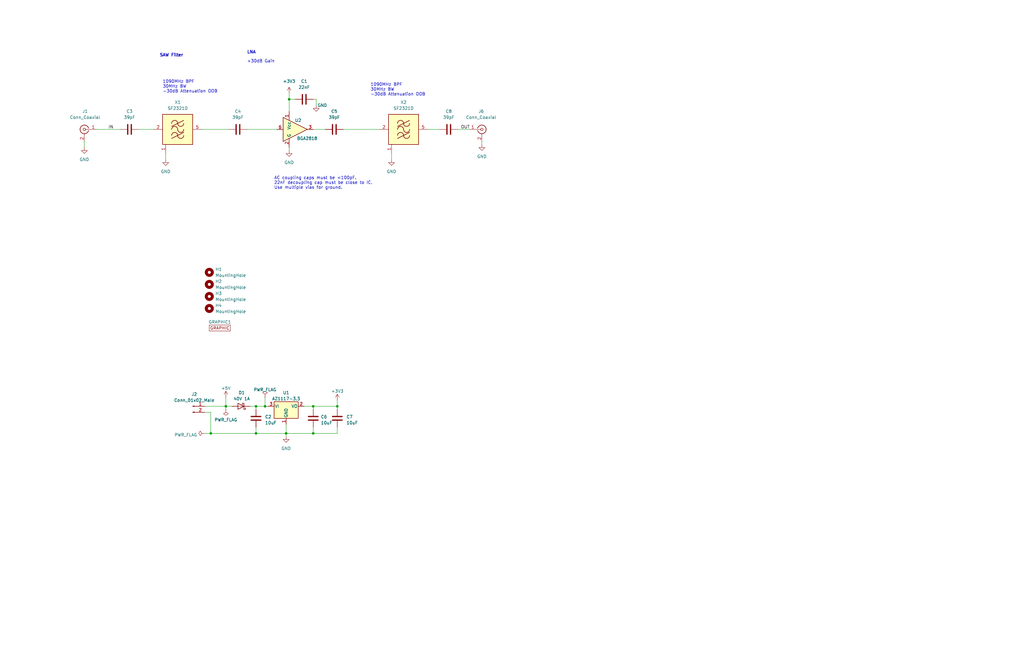
<source format=kicad_sch>
(kicad_sch (version 20230121) (generator eeschema)

  (uuid 60d33c1a-2deb-44ff-a34c-b6768ea23223)

  (paper "B")

  (lib_symbols
    (symbol "Connector:Conn_01x02_Pin" (pin_names (offset 1.016) hide) (in_bom yes) (on_board yes)
      (property "Reference" "J" (at 0 2.54 0)
        (effects (font (size 1.27 1.27)))
      )
      (property "Value" "Conn_01x02_Pin" (at 0 -5.08 0)
        (effects (font (size 1.27 1.27)))
      )
      (property "Footprint" "" (at 0 0 0)
        (effects (font (size 1.27 1.27)) hide)
      )
      (property "Datasheet" "~" (at 0 0 0)
        (effects (font (size 1.27 1.27)) hide)
      )
      (property "ki_locked" "" (at 0 0 0)
        (effects (font (size 1.27 1.27)))
      )
      (property "ki_keywords" "connector" (at 0 0 0)
        (effects (font (size 1.27 1.27)) hide)
      )
      (property "ki_description" "Generic connector, single row, 01x02, script generated" (at 0 0 0)
        (effects (font (size 1.27 1.27)) hide)
      )
      (property "ki_fp_filters" "Connector*:*_1x??_*" (at 0 0 0)
        (effects (font (size 1.27 1.27)) hide)
      )
      (symbol "Conn_01x02_Pin_1_1"
        (polyline
          (pts
            (xy 1.27 -2.54)
            (xy 0.8636 -2.54)
          )
          (stroke (width 0.1524) (type default))
          (fill (type none))
        )
        (polyline
          (pts
            (xy 1.27 0)
            (xy 0.8636 0)
          )
          (stroke (width 0.1524) (type default))
          (fill (type none))
        )
        (rectangle (start 0.8636 -2.413) (end 0 -2.667)
          (stroke (width 0.1524) (type default))
          (fill (type outline))
        )
        (rectangle (start 0.8636 0.127) (end 0 -0.127)
          (stroke (width 0.1524) (type default))
          (fill (type outline))
        )
        (pin passive line (at 5.08 0 180) (length 3.81)
          (name "Pin_1" (effects (font (size 1.27 1.27))))
          (number "1" (effects (font (size 1.27 1.27))))
        )
        (pin passive line (at 5.08 -2.54 180) (length 3.81)
          (name "Pin_2" (effects (font (size 1.27 1.27))))
          (number "2" (effects (font (size 1.27 1.27))))
        )
      )
    )
    (symbol "Connector:Conn_Coaxial" (pin_names (offset 1.016) hide) (in_bom yes) (on_board yes)
      (property "Reference" "J" (at 0.254 3.048 0)
        (effects (font (size 1.27 1.27)))
      )
      (property "Value" "Conn_Coaxial" (at 2.921 0 90)
        (effects (font (size 1.27 1.27)))
      )
      (property "Footprint" "" (at 0 0 0)
        (effects (font (size 1.27 1.27)) hide)
      )
      (property "Datasheet" " ~" (at 0 0 0)
        (effects (font (size 1.27 1.27)) hide)
      )
      (property "ki_keywords" "BNC SMA SMB SMC LEMO coaxial connector CINCH RCA" (at 0 0 0)
        (effects (font (size 1.27 1.27)) hide)
      )
      (property "ki_description" "coaxial connector (BNC, SMA, SMB, SMC, Cinch/RCA, LEMO, ...)" (at 0 0 0)
        (effects (font (size 1.27 1.27)) hide)
      )
      (property "ki_fp_filters" "*BNC* *SMA* *SMB* *SMC* *Cinch* *LEMO*" (at 0 0 0)
        (effects (font (size 1.27 1.27)) hide)
      )
      (symbol "Conn_Coaxial_0_1"
        (arc (start -1.778 -0.508) (mid 0.2311 -1.8066) (end 1.778 0)
          (stroke (width 0.254) (type default))
          (fill (type none))
        )
        (polyline
          (pts
            (xy -2.54 0)
            (xy -0.508 0)
          )
          (stroke (width 0) (type default))
          (fill (type none))
        )
        (polyline
          (pts
            (xy 0 -2.54)
            (xy 0 -1.778)
          )
          (stroke (width 0) (type default))
          (fill (type none))
        )
        (circle (center 0 0) (radius 0.508)
          (stroke (width 0.2032) (type default))
          (fill (type none))
        )
        (arc (start 1.778 0) (mid 0.2099 1.8101) (end -1.778 0.508)
          (stroke (width 0.254) (type default))
          (fill (type none))
        )
      )
      (symbol "Conn_Coaxial_1_1"
        (pin passive line (at -5.08 0 0) (length 2.54)
          (name "In" (effects (font (size 1.27 1.27))))
          (number "1" (effects (font (size 1.27 1.27))))
        )
        (pin passive line (at 0 -5.08 90) (length 2.54)
          (name "Ext" (effects (font (size 1.27 1.27))))
          (number "2" (effects (font (size 1.27 1.27))))
        )
      )
    )
    (symbol "Custom_Placeholder:Graphic" (pin_numbers hide) (pin_names (offset 0) hide) (in_bom no) (on_board yes)
      (property "Reference" "GRAPHIC" (at 0 2.54 0)
        (effects (font (size 1.27 1.27)))
      )
      (property "Value" "Graphic" (at 0 -2.54 0)
        (effects (font (size 1.27 1.27)) hide)
      )
      (property "Footprint" "" (at -0.635 -3.81 0)
        (effects (font (size 1.27 1.27)) hide)
      )
      (property "Datasheet" "" (at -0.635 -3.81 0)
        (effects (font (size 1.27 1.27)) hide)
      )
      (property "ki_description" "Placeholder for silkscreen graphic to be included on PCB." (at 0 0 0)
        (effects (font (size 1.27 1.27)) hide)
      )
      (symbol "Graphic_0_0"
        (rectangle (start -4.445 1.27) (end 4.445 -1.27)
          (stroke (width 0) (type default))
          (fill (type none))
        )
        (text "GRAPHIC" (at 0 0 0)
          (effects (font (size 1.27 1.27)))
        )
      )
    )
    (symbol "Custom_RF_Filter:SAW-6 Filter" (pin_names hide) (in_bom yes) (on_board yes)
      (property "Reference" "X" (at -5.08 10.16 0)
        (effects (font (size 1.27 1.27)))
      )
      (property "Value" "SAW-6 Filter" (at -1.27 7.62 0)
        (effects (font (size 1.27 1.27)))
      )
      (property "Footprint" "Filter:Filter_SAW-6_3.8x3.8mm" (at 0 8.89 0)
        (effects (font (size 1.27 1.27)) hide)
      )
      (property "Datasheet" "" (at -5.08 8.89 0)
        (effects (font (size 1.27 1.27)) hide)
      )
      (property "ki_keywords" "SAW Filter bandpass" (at 0 0 0)
        (effects (font (size 1.27 1.27)) hide)
      )
      (property "ki_description" "Bandpass Filter, SAW filter 6-pin" (at 0 0 0)
        (effects (font (size 1.27 1.27)) hide)
      )
      (property "ki_fp_filters" "Filter*SAW*3.8x3.8mm*" (at 0 0 0)
        (effects (font (size 1.27 1.27)) hide)
      )
      (symbol "SAW-6 Filter_1_1"
        (rectangle (start -6.35 6.35) (end 6.35 -6.35)
          (stroke (width 0.254) (type default))
          (fill (type background))
        )
        (arc (start 0 -2.54) (mid -1.27 -1.2755) (end -2.54 -2.54)
          (stroke (width 0.254) (type default))
          (fill (type none))
        )
        (arc (start 0 -2.54) (mid 1.27 -3.8045) (end 2.54 -2.54)
          (stroke (width 0.254) (type default))
          (fill (type none))
        )
        (arc (start 0 0) (mid -1.27 1.2645) (end -2.54 0)
          (stroke (width 0.254) (type default))
          (fill (type none))
        )
        (polyline
          (pts
            (xy -2.54 -3.81)
            (xy 2.54 -1.27)
          )
          (stroke (width 0.254) (type default))
          (fill (type none))
        )
        (polyline
          (pts
            (xy -2.54 1.27)
            (xy 2.54 3.81)
          )
          (stroke (width 0.254) (type default))
          (fill (type none))
        )
        (arc (start 0 0) (mid 1.27 -1.2645) (end 2.54 0)
          (stroke (width 0.254) (type default))
          (fill (type none))
        )
        (arc (start 0 2.54) (mid -1.27 3.8045) (end -2.54 2.54)
          (stroke (width 0.254) (type default))
          (fill (type none))
        )
        (arc (start 0 2.54) (mid 1.27 1.2755) (end 2.54 2.54)
          (stroke (width 0.254) (type default))
          (fill (type none))
        )
        (pin power_in line (at -5.08 -10.16 90) (length 3.81)
          (name "GND" (effects (font (size 1.27 1.27))))
          (number "1" (effects (font (size 1.27 1.27))))
        )
        (pin input line (at -10.16 0 0) (length 3.81)
          (name "IN" (effects (font (size 1.27 1.27))))
          (number "2" (effects (font (size 1.27 1.27))))
        )
        (pin passive line (at -5.08 -10.16 90) (length 3.81) hide
          (name "GND" (effects (font (size 1.27 1.27))))
          (number "3" (effects (font (size 1.27 1.27))))
        )
        (pin passive line (at -5.08 -10.16 90) (length 3.81) hide
          (name "GND" (effects (font (size 1.27 1.27))))
          (number "4" (effects (font (size 1.27 1.27))))
        )
        (pin output line (at 10.16 0 180) (length 3.81)
          (name "OUT" (effects (font (size 1.27 1.27))))
          (number "5" (effects (font (size 1.27 1.27))))
        )
        (pin passive line (at -5.08 -10.16 90) (length 3.81) hide
          (name "GND" (effects (font (size 1.27 1.27))))
          (number "6" (effects (font (size 1.27 1.27))))
        )
      )
    )
    (symbol "Device:C" (pin_numbers hide) (pin_names (offset 0.254)) (in_bom yes) (on_board yes)
      (property "Reference" "C" (at 0.635 2.54 0)
        (effects (font (size 1.27 1.27)) (justify left))
      )
      (property "Value" "C" (at 0.635 -2.54 0)
        (effects (font (size 1.27 1.27)) (justify left))
      )
      (property "Footprint" "" (at 0.9652 -3.81 0)
        (effects (font (size 1.27 1.27)) hide)
      )
      (property "Datasheet" "~" (at 0 0 0)
        (effects (font (size 1.27 1.27)) hide)
      )
      (property "ki_keywords" "cap capacitor" (at 0 0 0)
        (effects (font (size 1.27 1.27)) hide)
      )
      (property "ki_description" "Unpolarized capacitor" (at 0 0 0)
        (effects (font (size 1.27 1.27)) hide)
      )
      (property "ki_fp_filters" "C_*" (at 0 0 0)
        (effects (font (size 1.27 1.27)) hide)
      )
      (symbol "C_0_1"
        (polyline
          (pts
            (xy -2.032 -0.762)
            (xy 2.032 -0.762)
          )
          (stroke (width 0.508) (type default))
          (fill (type none))
        )
        (polyline
          (pts
            (xy -2.032 0.762)
            (xy 2.032 0.762)
          )
          (stroke (width 0.508) (type default))
          (fill (type none))
        )
      )
      (symbol "C_1_1"
        (pin passive line (at 0 3.81 270) (length 2.794)
          (name "~" (effects (font (size 1.27 1.27))))
          (number "1" (effects (font (size 1.27 1.27))))
        )
        (pin passive line (at 0 -3.81 90) (length 2.794)
          (name "~" (effects (font (size 1.27 1.27))))
          (number "2" (effects (font (size 1.27 1.27))))
        )
      )
    )
    (symbol "Device:D_Schottky" (pin_numbers hide) (pin_names (offset 1.016) hide) (in_bom yes) (on_board yes)
      (property "Reference" "D" (at 0 2.54 0)
        (effects (font (size 1.27 1.27)))
      )
      (property "Value" "D_Schottky" (at 0 -2.54 0)
        (effects (font (size 1.27 1.27)))
      )
      (property "Footprint" "" (at 0 0 0)
        (effects (font (size 1.27 1.27)) hide)
      )
      (property "Datasheet" "~" (at 0 0 0)
        (effects (font (size 1.27 1.27)) hide)
      )
      (property "ki_keywords" "diode Schottky" (at 0 0 0)
        (effects (font (size 1.27 1.27)) hide)
      )
      (property "ki_description" "Schottky diode" (at 0 0 0)
        (effects (font (size 1.27 1.27)) hide)
      )
      (property "ki_fp_filters" "TO-???* *_Diode_* *SingleDiode* D_*" (at 0 0 0)
        (effects (font (size 1.27 1.27)) hide)
      )
      (symbol "D_Schottky_0_1"
        (polyline
          (pts
            (xy 1.27 0)
            (xy -1.27 0)
          )
          (stroke (width 0) (type default))
          (fill (type none))
        )
        (polyline
          (pts
            (xy 1.27 1.27)
            (xy 1.27 -1.27)
            (xy -1.27 0)
            (xy 1.27 1.27)
          )
          (stroke (width 0.254) (type default))
          (fill (type none))
        )
        (polyline
          (pts
            (xy -1.905 0.635)
            (xy -1.905 1.27)
            (xy -1.27 1.27)
            (xy -1.27 -1.27)
            (xy -0.635 -1.27)
            (xy -0.635 -0.635)
          )
          (stroke (width 0.254) (type default))
          (fill (type none))
        )
      )
      (symbol "D_Schottky_1_1"
        (pin passive line (at -3.81 0 0) (length 2.54)
          (name "K" (effects (font (size 1.27 1.27))))
          (number "1" (effects (font (size 1.27 1.27))))
        )
        (pin passive line (at 3.81 0 180) (length 2.54)
          (name "A" (effects (font (size 1.27 1.27))))
          (number "2" (effects (font (size 1.27 1.27))))
        )
      )
    )
    (symbol "Mechanical:MountingHole" (pin_names (offset 1.016)) (in_bom yes) (on_board yes)
      (property "Reference" "H" (at 0 5.08 0)
        (effects (font (size 1.27 1.27)))
      )
      (property "Value" "MountingHole" (at 0 3.175 0)
        (effects (font (size 1.27 1.27)))
      )
      (property "Footprint" "" (at 0 0 0)
        (effects (font (size 1.27 1.27)) hide)
      )
      (property "Datasheet" "~" (at 0 0 0)
        (effects (font (size 1.27 1.27)) hide)
      )
      (property "ki_keywords" "mounting hole" (at 0 0 0)
        (effects (font (size 1.27 1.27)) hide)
      )
      (property "ki_description" "Mounting Hole without connection" (at 0 0 0)
        (effects (font (size 1.27 1.27)) hide)
      )
      (property "ki_fp_filters" "MountingHole*" (at 0 0 0)
        (effects (font (size 1.27 1.27)) hide)
      )
      (symbol "MountingHole_0_1"
        (circle (center 0 0) (radius 1.27)
          (stroke (width 1.27) (type default))
          (fill (type none))
        )
      )
    )
    (symbol "RF_Amplifier:BGA2818" (in_bom yes) (on_board yes)
      (property "Reference" "U" (at 2.54 6.35 0)
        (effects (font (size 1.27 1.27)))
      )
      (property "Value" "BGA2818" (at 3.81 3.81 0)
        (effects (font (size 1.27 1.27)))
      )
      (property "Footprint" "Package_TO_SOT_SMD:SOT-363_SC-70-6" (at -1.27 -16.51 0)
        (effects (font (size 1.27 1.27)) hide)
      )
      (property "Datasheet" "https://www.nxp.com/docs/en/data-sheet/BGA2818.pdf" (at 0 0 0)
        (effects (font (size 1.27 1.27)) hide)
      )
      (property "ki_keywords" "RF GAIN BLOCK" (at 0 0 0)
        (effects (font (size 1.27 1.27)) hide)
      )
      (property "ki_description" "MMIC wideband amplifier, DC-2.2GHz, +30dB @ 2150MHz, 3.3V, SOT-363" (at 0 0 0)
        (effects (font (size 1.27 1.27)) hide)
      )
      (property "ki_fp_filters" "SOT*363*" (at 0 0 0)
        (effects (font (size 1.27 1.27)) hide)
      )
      (symbol "BGA2818_0_1"
        (polyline
          (pts
            (xy 5.08 0)
            (xy -5.08 5.08)
            (xy -5.08 -5.08)
            (xy 5.08 0)
          )
          (stroke (width 0.254) (type default))
          (fill (type background))
        )
      )
      (symbol "BGA2818_1_1"
        (pin power_in line (at -2.54 7.62 270) (length 3.81)
          (name "Vcc" (effects (font (size 1.27 1.27))))
          (number "1" (effects (font (size 1.27 1.27))))
        )
        (pin power_in line (at -2.54 -7.62 90) (length 3.81)
          (name "G" (effects (font (size 1.27 1.27))))
          (number "2" (effects (font (size 1.27 1.27))))
        )
        (pin output line (at 7.62 0 180) (length 2.54)
          (name "~" (effects (font (size 1.27 1.27))))
          (number "3" (effects (font (size 1.27 1.27))))
        )
        (pin passive line (at -2.54 -7.62 90) (length 3.81) hide
          (name "G" (effects (font (size 1.27 1.27))))
          (number "4" (effects (font (size 1.27 1.27))))
        )
        (pin passive line (at -2.54 -7.62 90) (length 3.81) hide
          (name "G" (effects (font (size 1.27 1.27))))
          (number "5" (effects (font (size 1.27 1.27))))
        )
        (pin input line (at -7.62 0 0) (length 2.54)
          (name "~" (effects (font (size 1.27 1.27))))
          (number "6" (effects (font (size 1.27 1.27))))
        )
      )
    )
    (symbol "Regulator_Linear:AZ1117-3.3" (pin_names (offset 0.254)) (in_bom yes) (on_board yes)
      (property "Reference" "U" (at -3.81 3.175 0)
        (effects (font (size 1.27 1.27)))
      )
      (property "Value" "AZ1117-3.3" (at 0 3.175 0)
        (effects (font (size 1.27 1.27)) (justify left))
      )
      (property "Footprint" "" (at 0 6.35 0)
        (effects (font (size 1.27 1.27) italic) hide)
      )
      (property "Datasheet" "https://www.diodes.com/assets/Datasheets/AZ1117.pdf" (at 0 0 0)
        (effects (font (size 1.27 1.27)) hide)
      )
      (property "ki_keywords" "Fixed Voltage Regulator 1A Positive LDO" (at 0 0 0)
        (effects (font (size 1.27 1.27)) hide)
      )
      (property "ki_description" "1A 20V Fixed LDO Linear Regulator, 3.3V, SOT-89/SOT-223/TO-220/TO-252/TO-263" (at 0 0 0)
        (effects (font (size 1.27 1.27)) hide)
      )
      (property "ki_fp_filters" "SOT?223* SOT?89* TO?220* TO?252* TO?263*" (at 0 0 0)
        (effects (font (size 1.27 1.27)) hide)
      )
      (symbol "AZ1117-3.3_0_1"
        (rectangle (start -5.08 1.905) (end 5.08 -5.08)
          (stroke (width 0.254) (type default))
          (fill (type background))
        )
      )
      (symbol "AZ1117-3.3_1_1"
        (pin power_in line (at 0 -7.62 90) (length 2.54)
          (name "GND" (effects (font (size 1.27 1.27))))
          (number "1" (effects (font (size 1.27 1.27))))
        )
        (pin power_out line (at 7.62 0 180) (length 2.54)
          (name "VO" (effects (font (size 1.27 1.27))))
          (number "2" (effects (font (size 1.27 1.27))))
        )
        (pin power_in line (at -7.62 0 0) (length 2.54)
          (name "VI" (effects (font (size 1.27 1.27))))
          (number "3" (effects (font (size 1.27 1.27))))
        )
      )
    )
    (symbol "power:+3V3" (power) (pin_names (offset 0)) (in_bom yes) (on_board yes)
      (property "Reference" "#PWR" (at 0 -3.81 0)
        (effects (font (size 1.27 1.27)) hide)
      )
      (property "Value" "+3V3" (at 0 3.556 0)
        (effects (font (size 1.27 1.27)))
      )
      (property "Footprint" "" (at 0 0 0)
        (effects (font (size 1.27 1.27)) hide)
      )
      (property "Datasheet" "" (at 0 0 0)
        (effects (font (size 1.27 1.27)) hide)
      )
      (property "ki_keywords" "global power" (at 0 0 0)
        (effects (font (size 1.27 1.27)) hide)
      )
      (property "ki_description" "Power symbol creates a global label with name \"+3V3\"" (at 0 0 0)
        (effects (font (size 1.27 1.27)) hide)
      )
      (symbol "+3V3_0_1"
        (polyline
          (pts
            (xy -0.762 1.27)
            (xy 0 2.54)
          )
          (stroke (width 0) (type default))
          (fill (type none))
        )
        (polyline
          (pts
            (xy 0 0)
            (xy 0 2.54)
          )
          (stroke (width 0) (type default))
          (fill (type none))
        )
        (polyline
          (pts
            (xy 0 2.54)
            (xy 0.762 1.27)
          )
          (stroke (width 0) (type default))
          (fill (type none))
        )
      )
      (symbol "+3V3_1_1"
        (pin power_in line (at 0 0 90) (length 0) hide
          (name "+3V3" (effects (font (size 1.27 1.27))))
          (number "1" (effects (font (size 1.27 1.27))))
        )
      )
    )
    (symbol "power:+5V" (power) (pin_names (offset 0)) (in_bom yes) (on_board yes)
      (property "Reference" "#PWR" (at 0 -3.81 0)
        (effects (font (size 1.27 1.27)) hide)
      )
      (property "Value" "+5V" (at 0 3.556 0)
        (effects (font (size 1.27 1.27)))
      )
      (property "Footprint" "" (at 0 0 0)
        (effects (font (size 1.27 1.27)) hide)
      )
      (property "Datasheet" "" (at 0 0 0)
        (effects (font (size 1.27 1.27)) hide)
      )
      (property "ki_keywords" "global power" (at 0 0 0)
        (effects (font (size 1.27 1.27)) hide)
      )
      (property "ki_description" "Power symbol creates a global label with name \"+5V\"" (at 0 0 0)
        (effects (font (size 1.27 1.27)) hide)
      )
      (symbol "+5V_0_1"
        (polyline
          (pts
            (xy -0.762 1.27)
            (xy 0 2.54)
          )
          (stroke (width 0) (type default))
          (fill (type none))
        )
        (polyline
          (pts
            (xy 0 0)
            (xy 0 2.54)
          )
          (stroke (width 0) (type default))
          (fill (type none))
        )
        (polyline
          (pts
            (xy 0 2.54)
            (xy 0.762 1.27)
          )
          (stroke (width 0) (type default))
          (fill (type none))
        )
      )
      (symbol "+5V_1_1"
        (pin power_in line (at 0 0 90) (length 0) hide
          (name "+5V" (effects (font (size 1.27 1.27))))
          (number "1" (effects (font (size 1.27 1.27))))
        )
      )
    )
    (symbol "power:GND" (power) (pin_names (offset 0)) (in_bom yes) (on_board yes)
      (property "Reference" "#PWR" (at 0 -6.35 0)
        (effects (font (size 1.27 1.27)) hide)
      )
      (property "Value" "GND" (at 0 -3.81 0)
        (effects (font (size 1.27 1.27)))
      )
      (property "Footprint" "" (at 0 0 0)
        (effects (font (size 1.27 1.27)) hide)
      )
      (property "Datasheet" "" (at 0 0 0)
        (effects (font (size 1.27 1.27)) hide)
      )
      (property "ki_keywords" "global power" (at 0 0 0)
        (effects (font (size 1.27 1.27)) hide)
      )
      (property "ki_description" "Power symbol creates a global label with name \"GND\" , ground" (at 0 0 0)
        (effects (font (size 1.27 1.27)) hide)
      )
      (symbol "GND_0_1"
        (polyline
          (pts
            (xy 0 0)
            (xy 0 -1.27)
            (xy 1.27 -1.27)
            (xy 0 -2.54)
            (xy -1.27 -1.27)
            (xy 0 -1.27)
          )
          (stroke (width 0) (type default))
          (fill (type none))
        )
      )
      (symbol "GND_1_1"
        (pin power_in line (at 0 0 270) (length 0) hide
          (name "GND" (effects (font (size 1.27 1.27))))
          (number "1" (effects (font (size 1.27 1.27))))
        )
      )
    )
    (symbol "power:PWR_FLAG" (power) (pin_numbers hide) (pin_names (offset 0) hide) (in_bom yes) (on_board yes)
      (property "Reference" "#FLG" (at 0 1.905 0)
        (effects (font (size 1.27 1.27)) hide)
      )
      (property "Value" "PWR_FLAG" (at 0 3.81 0)
        (effects (font (size 1.27 1.27)))
      )
      (property "Footprint" "" (at 0 0 0)
        (effects (font (size 1.27 1.27)) hide)
      )
      (property "Datasheet" "~" (at 0 0 0)
        (effects (font (size 1.27 1.27)) hide)
      )
      (property "ki_keywords" "flag power" (at 0 0 0)
        (effects (font (size 1.27 1.27)) hide)
      )
      (property "ki_description" "Special symbol for telling ERC where power comes from" (at 0 0 0)
        (effects (font (size 1.27 1.27)) hide)
      )
      (symbol "PWR_FLAG_0_0"
        (pin power_out line (at 0 0 90) (length 0)
          (name "pwr" (effects (font (size 1.27 1.27))))
          (number "1" (effects (font (size 1.27 1.27))))
        )
      )
      (symbol "PWR_FLAG_0_1"
        (polyline
          (pts
            (xy 0 0)
            (xy 0 1.27)
            (xy -1.016 1.905)
            (xy 0 2.54)
            (xy 1.016 1.905)
            (xy 0 1.27)
          )
          (stroke (width 0) (type default))
          (fill (type none))
        )
      )
    )
  )

  (junction (at 132.08 182.88) (diameter 0) (color 0 0 0 0)
    (uuid 1c844144-e8b2-42a5-8d5e-65075c78e513)
  )
  (junction (at 95.25 171.45) (diameter 0) (color 0 0 0 0)
    (uuid 1cc36163-9570-4ad3-913d-e600bd826cdd)
  )
  (junction (at 111.76 171.45) (diameter 0) (color 0 0 0 0)
    (uuid 441bbd95-ec9c-4080-834c-a3df836b45da)
  )
  (junction (at 132.08 171.45) (diameter 0) (color 0 0 0 0)
    (uuid 64bead31-1fda-444f-86d6-a4e8da2c4ae0)
  )
  (junction (at 107.95 182.88) (diameter 0) (color 0 0 0 0)
    (uuid 76edfa8c-322a-48f8-8bfc-f297bc9a98e4)
  )
  (junction (at 120.65 182.88) (diameter 0) (color 0 0 0 0)
    (uuid 96197c65-7cf1-4a1e-aeef-440456f2178c)
  )
  (junction (at 88.9 182.88) (diameter 0) (color 0 0 0 0)
    (uuid d211dba4-9d15-4553-8935-c49ee54fc9ab)
  )
  (junction (at 121.92 41.91) (diameter 0) (color 0 0 0 0)
    (uuid df822459-cb8b-4519-81fd-6a41f887f2f7)
  )
  (junction (at 107.95 171.45) (diameter 0) (color 0 0 0 0)
    (uuid f143cda5-dff8-48ff-b13c-d8ff39aa6af8)
  )
  (junction (at 142.24 171.45) (diameter 0) (color 0 0 0 0)
    (uuid fa6af358-60f4-47de-a8ea-eb064a72706d)
  )

  (wire (pts (xy 104.14 54.61) (xy 116.84 54.61))
    (stroke (width 0) (type default))
    (uuid 04fef7b0-3cf6-469c-a79d-d36a8951300d)
  )
  (wire (pts (xy 203.2 59.69) (xy 203.2 60.96))
    (stroke (width 0) (type default))
    (uuid 06747a41-e8b9-4483-8acc-fe338d042733)
  )
  (wire (pts (xy 111.76 167.64) (xy 111.76 171.45))
    (stroke (width 0) (type default))
    (uuid 0f98d3d1-1b6e-4a1f-bf68-eca30282a39c)
  )
  (wire (pts (xy 133.35 44.45) (xy 133.35 41.91))
    (stroke (width 0) (type default))
    (uuid 1bff09cb-a381-4057-967d-05dea802a03b)
  )
  (wire (pts (xy 124.46 41.91) (xy 121.92 41.91))
    (stroke (width 0) (type default))
    (uuid 21f123fb-b7e4-4a54-afdd-30239cb51cab)
  )
  (wire (pts (xy 132.08 54.61) (xy 137.16 54.61))
    (stroke (width 0) (type default))
    (uuid 259b8f80-242c-47aa-946c-7401bca91d39)
  )
  (wire (pts (xy 120.65 179.07) (xy 120.65 182.88))
    (stroke (width 0) (type default))
    (uuid 2717679e-e99c-40bd-b7d0-1a9fbdd8f749)
  )
  (wire (pts (xy 121.92 62.23) (xy 121.92 63.5))
    (stroke (width 0) (type default))
    (uuid 2bae1fa2-9658-4d3e-b705-64858fbfacc6)
  )
  (wire (pts (xy 86.36 182.88) (xy 88.9 182.88))
    (stroke (width 0) (type default))
    (uuid 30864fcf-0a47-492e-9dd7-9ff9577c8244)
  )
  (wire (pts (xy 165.1 64.77) (xy 165.1 67.31))
    (stroke (width 0) (type default))
    (uuid 3fa5fbf0-a7f7-45b2-8661-8270c7db5cd1)
  )
  (wire (pts (xy 132.08 182.88) (xy 120.65 182.88))
    (stroke (width 0) (type default))
    (uuid 44169590-e7e9-4db1-bcc5-342e592c6534)
  )
  (wire (pts (xy 142.24 171.45) (xy 142.24 172.72))
    (stroke (width 0) (type default))
    (uuid 4855c1c1-241e-4e9a-a180-bc944af021f1)
  )
  (wire (pts (xy 120.65 182.88) (xy 120.65 184.15))
    (stroke (width 0) (type default))
    (uuid 48c6352d-3ba6-4f6f-bd41-4fa4cfaa90d4)
  )
  (wire (pts (xy 121.92 39.37) (xy 121.92 41.91))
    (stroke (width 0) (type default))
    (uuid 50fdac31-4d16-4c69-b208-f1017d35b6a3)
  )
  (wire (pts (xy 180.34 54.61) (xy 185.42 54.61))
    (stroke (width 0) (type default))
    (uuid 52fb4e65-e883-4841-a225-a9a50984eb2f)
  )
  (wire (pts (xy 58.42 54.61) (xy 64.77 54.61))
    (stroke (width 0) (type default))
    (uuid 54d5b5ec-500c-4894-883d-04898ecc792b)
  )
  (wire (pts (xy 88.9 173.99) (xy 88.9 182.88))
    (stroke (width 0) (type default))
    (uuid 5cbca8a7-3f25-4e23-894c-7cdd41d071a6)
  )
  (wire (pts (xy 133.35 41.91) (xy 132.08 41.91))
    (stroke (width 0) (type default))
    (uuid 62c9f784-7e5e-45eb-876e-8932f51455c3)
  )
  (wire (pts (xy 95.25 167.64) (xy 95.25 171.45))
    (stroke (width 0) (type default))
    (uuid 6a449496-9854-4d4b-a90c-870bc76a626c)
  )
  (wire (pts (xy 95.25 171.45) (xy 97.79 171.45))
    (stroke (width 0) (type default))
    (uuid 7248a38d-9c86-4e81-bcc3-b03037c2a898)
  )
  (wire (pts (xy 132.08 171.45) (xy 142.24 171.45))
    (stroke (width 0) (type default))
    (uuid 79767aa5-7c4b-4237-bab0-c955fed21bd0)
  )
  (wire (pts (xy 193.04 54.61) (xy 198.12 54.61))
    (stroke (width 0) (type default))
    (uuid 7a04ae31-493e-4734-b09f-75a38efe9224)
  )
  (wire (pts (xy 142.24 180.34) (xy 142.24 182.88))
    (stroke (width 0) (type default))
    (uuid 7db4e949-6f54-4369-b45e-62de5269d032)
  )
  (wire (pts (xy 107.95 182.88) (xy 107.95 180.34))
    (stroke (width 0) (type default))
    (uuid 8821b754-9275-4469-8664-0c6e5c154624)
  )
  (wire (pts (xy 128.27 171.45) (xy 132.08 171.45))
    (stroke (width 0) (type default))
    (uuid 96da0dbf-543c-4a4e-8857-88f0f568f18c)
  )
  (wire (pts (xy 88.9 182.88) (xy 107.95 182.88))
    (stroke (width 0) (type default))
    (uuid 995b5639-47a0-4632-a65a-c0f406f816c2)
  )
  (wire (pts (xy 86.36 173.99) (xy 88.9 173.99))
    (stroke (width 0) (type default))
    (uuid 9a7419c1-c634-424c-93f8-350b9c570aab)
  )
  (wire (pts (xy 132.08 180.34) (xy 132.08 182.88))
    (stroke (width 0) (type default))
    (uuid 9b44eca7-121f-40a9-b0ff-6f55a82840b2)
  )
  (wire (pts (xy 142.24 168.91) (xy 142.24 171.45))
    (stroke (width 0) (type default))
    (uuid 9d5ad4ca-d33e-43df-942d-311fb429251c)
  )
  (wire (pts (xy 121.92 41.91) (xy 121.92 46.99))
    (stroke (width 0) (type default))
    (uuid 9e04d3ad-62d3-46de-b435-4abbdc89e26d)
  )
  (wire (pts (xy 111.76 171.45) (xy 113.03 171.45))
    (stroke (width 0) (type default))
    (uuid a5de6601-3b4b-4ea5-9ec8-dc10125cebb1)
  )
  (wire (pts (xy 86.36 171.45) (xy 95.25 171.45))
    (stroke (width 0) (type default))
    (uuid a7d6cd50-f4d0-4235-8a1a-f12f3c3f2a8c)
  )
  (wire (pts (xy 105.41 171.45) (xy 107.95 171.45))
    (stroke (width 0) (type default))
    (uuid aa4ce838-1d93-4daf-9630-38ecae5c4854)
  )
  (wire (pts (xy 40.64 54.61) (xy 50.8 54.61))
    (stroke (width 0) (type default))
    (uuid ac66e910-fe11-4b98-af51-2cee70401abb)
  )
  (wire (pts (xy 107.95 171.45) (xy 107.95 172.72))
    (stroke (width 0) (type default))
    (uuid b24e60aa-0369-4128-90c5-844f3604a2a9)
  )
  (wire (pts (xy 132.08 182.88) (xy 142.24 182.88))
    (stroke (width 0) (type default))
    (uuid c6e3ab4f-b27a-4eab-8ad5-2c6bccb15d4b)
  )
  (wire (pts (xy 132.08 171.45) (xy 132.08 172.72))
    (stroke (width 0) (type default))
    (uuid cd03d724-947a-44f0-86cd-646f614947c1)
  )
  (wire (pts (xy 120.65 182.88) (xy 107.95 182.88))
    (stroke (width 0) (type default))
    (uuid d1369edb-08fa-459a-84c3-dace0814f411)
  )
  (wire (pts (xy 69.85 64.77) (xy 69.85 67.31))
    (stroke (width 0) (type default))
    (uuid d430eea6-325c-4e21-acdd-23e5d7dcabb2)
  )
  (wire (pts (xy 111.76 171.45) (xy 107.95 171.45))
    (stroke (width 0) (type default))
    (uuid d65ed744-cf54-433e-b394-f50b6e715f94)
  )
  (wire (pts (xy 85.09 54.61) (xy 96.52 54.61))
    (stroke (width 0) (type default))
    (uuid dfb3ea07-4c5b-4d44-bcaf-4d73b933dadb)
  )
  (wire (pts (xy 35.56 59.69) (xy 35.56 62.23))
    (stroke (width 0) (type default))
    (uuid e3c598a9-cb90-4aa3-8665-07d1338a944f)
  )
  (wire (pts (xy 144.78 54.61) (xy 160.02 54.61))
    (stroke (width 0) (type default))
    (uuid f78f2aab-7ade-472a-a76c-51cde0a09846)
  )
  (wire (pts (xy 95.25 171.45) (xy 95.25 172.72))
    (stroke (width 0) (type default))
    (uuid ff031661-4c86-4257-895c-446b32e97327)
  )

  (text "LNA" (at 104.14 22.86 0)
    (effects (font (size 1.27 1.27) (thickness 0.254) bold) (justify left bottom))
    (uuid 3add1b1b-8e18-4922-be3c-29423dc99df3)
  )
  (text "+30dB Gain" (at 104.14 26.67 0)
    (effects (font (size 1.27 1.27)) (justify left bottom))
    (uuid 3b2fc98b-80b6-4cd1-8e05-b8f651ace231)
  )
  (text "1090MHz BPF\n30MHz BW\n-30dB Attenuation OOB" (at 156.21 40.64 0)
    (effects (font (size 1.27 1.27)) (justify left bottom))
    (uuid 4d499eb8-314c-4e33-afad-b7379547e66c)
  )
  (text "SAW Filter" (at 67.31 24.13 0)
    (effects (font (size 1.27 1.27) (thickness 0.254) bold) (justify left bottom))
    (uuid b6506068-8095-4c08-b9e3-eda09307d49e)
  )
  (text "AC coupling caps must be <100pF.\n22nF decoupling cap must be close to IC.\nUse multiple vias for ground. "
    (at 115.57 80.01 0)
    (effects (font (size 1.27 1.27)) (justify left bottom))
    (uuid b7b14630-be7a-4e77-a530-e750ab1a35a0)
  )
  (text "1090MHz BPF\n30MHz BW\n-30dB Attenuation OOB" (at 68.58 39.37 0)
    (effects (font (size 1.27 1.27)) (justify left bottom))
    (uuid d5b0423f-23af-4b8b-8949-da1c47970b8a)
  )

  (label "IN" (at 45.72 54.61 0) (fields_autoplaced)
    (effects (font (size 1.27 1.27)) (justify left bottom))
    (uuid 48a12a00-d593-4517-bc3d-bd64d81077a3)
  )
  (label "OUT" (at 194.31 54.61 0) (fields_autoplaced)
    (effects (font (size 1.27 1.27)) (justify left bottom))
    (uuid 94e71a4d-2035-4575-b966-c35c8df4a28b)
  )

  (symbol (lib_id "power:GND") (at 121.92 63.5 0) (unit 1)
    (in_bom yes) (on_board yes) (dnp no) (fields_autoplaced)
    (uuid 11ed8300-0c6d-477c-8d47-9c4a18fea52e)
    (property "Reference" "#PWR0101" (at 121.92 69.85 0)
      (effects (font (size 1.27 1.27)) hide)
    )
    (property "Value" "GND" (at 121.92 68.58 0)
      (effects (font (size 1.27 1.27)))
    )
    (property "Footprint" "" (at 121.92 63.5 0)
      (effects (font (size 1.27 1.27)) hide)
    )
    (property "Datasheet" "" (at 121.92 63.5 0)
      (effects (font (size 1.27 1.27)) hide)
    )
    (pin "1" (uuid 12ee59fd-3687-46ef-8d47-fe31cae2133d))
    (instances
      (project "proto_ads_bee_rf_board"
        (path "/60d33c1a-2deb-44ff-a34c-b6768ea23223"
          (reference "#PWR0101") (unit 1)
        )
      )
    )
  )

  (symbol (lib_id "Device:C") (at 54.61 54.61 90) (unit 1)
    (in_bom yes) (on_board yes) (dnp no) (fields_autoplaced)
    (uuid 1c30e9da-b788-454d-a25d-ebc2d1343dea)
    (property "Reference" "C3" (at 54.61 46.99 90)
      (effects (font (size 1.27 1.27)))
    )
    (property "Value" "39pF" (at 54.61 49.53 90)
      (effects (font (size 1.27 1.27)))
    )
    (property "Footprint" "Capacitor_SMD:C_0603_1608Metric" (at 58.42 53.6448 0)
      (effects (font (size 1.27 1.27)) hide)
    )
    (property "Datasheet" "~" (at 54.61 54.61 0)
      (effects (font (size 1.27 1.27)) hide)
    )
    (pin "1" (uuid d458e4c3-8f31-469d-acf4-a3a45367e02d))
    (pin "2" (uuid c7b8f29c-42f4-4076-8207-c558c5195336))
    (instances
      (project "proto_ads_bee_rf_board"
        (path "/60d33c1a-2deb-44ff-a34c-b6768ea23223"
          (reference "C3") (unit 1)
        )
      )
    )
  )

  (symbol (lib_id "power:PWR_FLAG") (at 86.36 182.88 90) (unit 1)
    (in_bom yes) (on_board yes) (dnp no) (fields_autoplaced)
    (uuid 3605a763-808a-4a6e-a5a8-6ffe4ed3790f)
    (property "Reference" "#FLG03" (at 84.455 182.88 0)
      (effects (font (size 1.27 1.27)) hide)
    )
    (property "Value" "PWR_FLAG" (at 83.185 183.515 90)
      (effects (font (size 1.27 1.27)) (justify left))
    )
    (property "Footprint" "" (at 86.36 182.88 0)
      (effects (font (size 1.27 1.27)) hide)
    )
    (property "Datasheet" "~" (at 86.36 182.88 0)
      (effects (font (size 1.27 1.27)) hide)
    )
    (pin "1" (uuid 0a7ffff0-2119-410a-bd35-a9138418b68e))
    (instances
      (project "proto_ads_bee_rf_board"
        (path "/60d33c1a-2deb-44ff-a34c-b6768ea23223"
          (reference "#FLG03") (unit 1)
        )
      )
      (project "proto_ads_bee_detector_board"
        (path "/b1ad1d7f-121d-42dd-ba97-638a62bd3b68"
          (reference "#FLG03") (unit 1)
        )
      )
    )
  )

  (symbol (lib_id "Device:D_Schottky") (at 101.6 171.45 180) (unit 1)
    (in_bom yes) (on_board yes) (dnp no) (fields_autoplaced)
    (uuid 3b6ab3f0-d8eb-4bdf-9d1a-c346aebdf85d)
    (property "Reference" "D1" (at 101.9175 165.735 0)
      (effects (font (size 1.27 1.27)))
    )
    (property "Value" "40V 1A" (at 101.9175 168.275 0)
      (effects (font (size 1.27 1.27)))
    )
    (property "Footprint" "Diode_THT:D_DO-41_SOD81_P7.62mm_Horizontal" (at 101.6 171.45 0)
      (effects (font (size 1.27 1.27)) hide)
    )
    (property "Datasheet" "~" (at 101.6 171.45 0)
      (effects (font (size 1.27 1.27)) hide)
    )
    (property "MPN" "1N5819" (at 101.6 171.45 0)
      (effects (font (size 1.27 1.27)) hide)
    )
    (pin "1" (uuid 87c94b1f-e7a3-468f-b8fe-b8a11dbe81c9))
    (pin "2" (uuid 8903ba58-c833-4d73-957d-18a55b8f3660))
    (instances
      (project "proto_ads_bee_rf_board"
        (path "/60d33c1a-2deb-44ff-a34c-b6768ea23223"
          (reference "D1") (unit 1)
        )
      )
      (project "proto_ads_bee_detector_board"
        (path "/b1ad1d7f-121d-42dd-ba97-638a62bd3b68"
          (reference "D1") (unit 1)
        )
      )
    )
  )

  (symbol (lib_id "Mechanical:MountingHole") (at 88.265 130.175 0) (unit 1)
    (in_bom yes) (on_board yes) (dnp no) (fields_autoplaced)
    (uuid 3ecbdad0-d738-477b-a7dd-48590df7b23d)
    (property "Reference" "H4" (at 90.805 128.9049 0)
      (effects (font (size 1.27 1.27)) (justify left))
    )
    (property "Value" "MountingHole" (at 90.805 131.4449 0)
      (effects (font (size 1.27 1.27)) (justify left))
    )
    (property "Footprint" "MountingHole:MountingHole_3.2mm_M3" (at 88.265 130.175 0)
      (effects (font (size 1.27 1.27)) hide)
    )
    (property "Datasheet" "~" (at 88.265 130.175 0)
      (effects (font (size 1.27 1.27)) hide)
    )
    (instances
      (project "proto_ads_bee_rf_board"
        (path "/60d33c1a-2deb-44ff-a34c-b6768ea23223"
          (reference "H4") (unit 1)
        )
      )
    )
  )

  (symbol (lib_id "power:GND") (at 203.2 60.96 0) (unit 1)
    (in_bom yes) (on_board yes) (dnp no) (fields_autoplaced)
    (uuid 4bacf029-0cfc-4274-8553-291117e479d9)
    (property "Reference" "#PWR02" (at 203.2 67.31 0)
      (effects (font (size 1.27 1.27)) hide)
    )
    (property "Value" "GND" (at 203.2 66.04 0)
      (effects (font (size 1.27 1.27)))
    )
    (property "Footprint" "" (at 203.2 60.96 0)
      (effects (font (size 1.27 1.27)) hide)
    )
    (property "Datasheet" "" (at 203.2 60.96 0)
      (effects (font (size 1.27 1.27)) hide)
    )
    (pin "1" (uuid cdaf36c3-88c2-4372-86af-e28ddd5bc619))
    (instances
      (project "proto_ads_bee_rf_board"
        (path "/60d33c1a-2deb-44ff-a34c-b6768ea23223"
          (reference "#PWR02") (unit 1)
        )
      )
    )
  )

  (symbol (lib_id "Device:C") (at 140.97 54.61 90) (unit 1)
    (in_bom yes) (on_board yes) (dnp no) (fields_autoplaced)
    (uuid 4d5ce08f-4e0f-428d-9fcf-e053cd5d25ef)
    (property "Reference" "C5" (at 140.97 46.99 90)
      (effects (font (size 1.27 1.27)))
    )
    (property "Value" "39pF" (at 140.97 49.53 90)
      (effects (font (size 1.27 1.27)))
    )
    (property "Footprint" "Capacitor_SMD:C_0603_1608Metric" (at 144.78 53.6448 0)
      (effects (font (size 1.27 1.27)) hide)
    )
    (property "Datasheet" "~" (at 140.97 54.61 0)
      (effects (font (size 1.27 1.27)) hide)
    )
    (pin "1" (uuid 3a8794da-63aa-4b4c-ac6c-e7597c80a186))
    (pin "2" (uuid f7103293-bfaa-4e2b-86c8-e81e8419f9b7))
    (instances
      (project "proto_ads_bee_rf_board"
        (path "/60d33c1a-2deb-44ff-a34c-b6768ea23223"
          (reference "C5") (unit 1)
        )
      )
    )
  )

  (symbol (lib_id "Connector:Conn_Coaxial") (at 35.56 54.61 0) (mirror y) (unit 1)
    (in_bom yes) (on_board yes) (dnp no) (fields_autoplaced)
    (uuid 4de444fa-0317-41a6-b985-8faffe096818)
    (property "Reference" "J1" (at 35.8774 46.99 0)
      (effects (font (size 1.27 1.27)))
    )
    (property "Value" "Conn_Coaxial" (at 35.8774 49.53 0)
      (effects (font (size 1.27 1.27)))
    )
    (property "Footprint" "Custom_Connector_Coaxial:SMA_Amphenol_132289_EdgeMount" (at 35.56 54.61 0)
      (effects (font (size 1.27 1.27)) hide)
    )
    (property "Datasheet" " ~" (at 35.56 54.61 0)
      (effects (font (size 1.27 1.27)) hide)
    )
    (property "MPN" "132289" (at 35.56 54.61 0)
      (effects (font (size 1.27 1.27)) hide)
    )
    (property "Standard Cost" "1.00" (at 35.56 54.61 0)
      (effects (font (size 1.27 1.27)) hide)
    )
    (pin "1" (uuid 5479d038-ce7b-4b5c-b0d9-8d3f5b01e57e))
    (pin "2" (uuid 75a60450-5aba-4758-8ae9-150617ae9322))
    (instances
      (project "proto_ads_bee_rf_board"
        (path "/60d33c1a-2deb-44ff-a34c-b6768ea23223"
          (reference "J1") (unit 1)
        )
      )
    )
  )

  (symbol (lib_id "power:GND") (at 133.35 44.45 0) (unit 1)
    (in_bom yes) (on_board yes) (dnp no)
    (uuid 50041e72-88e4-4c8f-b1b3-ea8f7110738a)
    (property "Reference" "#PWR0103" (at 133.35 50.8 0)
      (effects (font (size 1.27 1.27)) hide)
    )
    (property "Value" "GND" (at 135.89 44.45 0)
      (effects (font (size 1.27 1.27)))
    )
    (property "Footprint" "" (at 133.35 44.45 0)
      (effects (font (size 1.27 1.27)) hide)
    )
    (property "Datasheet" "" (at 133.35 44.45 0)
      (effects (font (size 1.27 1.27)) hide)
    )
    (pin "1" (uuid bb70b6a0-f63e-4708-98a1-8f41429b502d))
    (instances
      (project "proto_ads_bee_rf_board"
        (path "/60d33c1a-2deb-44ff-a34c-b6768ea23223"
          (reference "#PWR0103") (unit 1)
        )
      )
    )
  )

  (symbol (lib_id "Mechanical:MountingHole") (at 88.265 125.095 0) (unit 1)
    (in_bom yes) (on_board yes) (dnp no) (fields_autoplaced)
    (uuid 51b27f7b-fce4-4b1c-b144-418a98a4ecc7)
    (property "Reference" "H3" (at 90.805 123.8249 0)
      (effects (font (size 1.27 1.27)) (justify left))
    )
    (property "Value" "MountingHole" (at 90.805 126.3649 0)
      (effects (font (size 1.27 1.27)) (justify left))
    )
    (property "Footprint" "MountingHole:MountingHole_3.2mm_M3" (at 88.265 125.095 0)
      (effects (font (size 1.27 1.27)) hide)
    )
    (property "Datasheet" "~" (at 88.265 125.095 0)
      (effects (font (size 1.27 1.27)) hide)
    )
    (instances
      (project "proto_ads_bee_rf_board"
        (path "/60d33c1a-2deb-44ff-a34c-b6768ea23223"
          (reference "H3") (unit 1)
        )
      )
    )
  )

  (symbol (lib_id "Device:C") (at 189.23 54.61 90) (unit 1)
    (in_bom yes) (on_board yes) (dnp no) (fields_autoplaced)
    (uuid 63bbcedb-5611-46b3-9115-a390d2e9e323)
    (property "Reference" "C8" (at 189.23 46.99 90)
      (effects (font (size 1.27 1.27)))
    )
    (property "Value" "39pF" (at 189.23 49.53 90)
      (effects (font (size 1.27 1.27)))
    )
    (property "Footprint" "Capacitor_SMD:C_0603_1608Metric" (at 193.04 53.6448 0)
      (effects (font (size 1.27 1.27)) hide)
    )
    (property "Datasheet" "~" (at 189.23 54.61 0)
      (effects (font (size 1.27 1.27)) hide)
    )
    (pin "1" (uuid 3306d9b5-057d-466f-a92c-ee423f65a5e4))
    (pin "2" (uuid 3620a54c-9137-4658-a49c-18b344551f9e))
    (instances
      (project "proto_ads_bee_rf_board"
        (path "/60d33c1a-2deb-44ff-a34c-b6768ea23223"
          (reference "C8") (unit 1)
        )
      )
    )
  )

  (symbol (lib_id "Custom_Placeholder:Graphic") (at 92.71 138.43 0) (unit 1)
    (in_bom no) (on_board yes) (dnp no) (fields_autoplaced)
    (uuid 6474370c-2271-4645-9cd3-ece2cd989617)
    (property "Reference" "GRAPHIC1" (at 92.71 135.89 0)
      (effects (font (size 1.27 1.27)))
    )
    (property "Value" "Graphic" (at 92.71 140.97 0)
      (effects (font (size 1.27 1.27)) hide)
    )
    (property "Footprint" "Custom_Graphic:bird_with_pants_small_flipped" (at 92.075 142.24 0)
      (effects (font (size 1.27 1.27)) hide)
    )
    (property "Datasheet" "" (at 92.075 142.24 0)
      (effects (font (size 1.27 1.27)) hide)
    )
    (property "MPN" "" (at 92.71 138.43 0)
      (effects (font (size 1.27 1.27)) hide)
    )
    (property "Standard Cost" "" (at 92.71 138.43 0)
      (effects (font (size 1.27 1.27)) hide)
    )
    (instances
      (project "proto_ads_bee_rf_board"
        (path "/60d33c1a-2deb-44ff-a34c-b6768ea23223"
          (reference "GRAPHIC1") (unit 1)
        )
      )
      (project "proto_ads_bee_detector_board"
        (path "/b1ad1d7f-121d-42dd-ba97-638a62bd3b68"
          (reference "GRAPHIC1") (unit 1)
        )
      )
    )
  )

  (symbol (lib_id "power:+5V") (at 95.25 167.64 0) (unit 1)
    (in_bom yes) (on_board yes) (dnp no)
    (uuid 6687b1f2-5066-49f7-adb4-21de1deecb79)
    (property "Reference" "#PWR01" (at 95.25 171.45 0)
      (effects (font (size 1.27 1.27)) hide)
    )
    (property "Value" "+5V" (at 95.25 163.83 0)
      (effects (font (size 1.27 1.27)))
    )
    (property "Footprint" "" (at 95.25 167.64 0)
      (effects (font (size 1.27 1.27)) hide)
    )
    (property "Datasheet" "" (at 95.25 167.64 0)
      (effects (font (size 1.27 1.27)) hide)
    )
    (pin "1" (uuid d5229ca0-17ca-4462-9afa-86a476e2f18f))
    (instances
      (project "proto_ads_bee_rf_board"
        (path "/60d33c1a-2deb-44ff-a34c-b6768ea23223"
          (reference "#PWR01") (unit 1)
        )
      )
      (project "proto_ads_bee_detector_board"
        (path "/b1ad1d7f-121d-42dd-ba97-638a62bd3b68"
          (reference "#PWR012") (unit 1)
        )
      )
    )
  )

  (symbol (lib_id "Device:C") (at 132.08 176.53 0) (unit 1)
    (in_bom yes) (on_board yes) (dnp no) (fields_autoplaced)
    (uuid 72263c90-5bcb-4738-845b-e3ab0da4ed7e)
    (property "Reference" "C6" (at 135.255 175.895 0)
      (effects (font (size 1.27 1.27)) (justify left))
    )
    (property "Value" "10uF" (at 135.255 178.435 0)
      (effects (font (size 1.27 1.27)) (justify left))
    )
    (property "Footprint" "Capacitor_SMD:C_0805_2012Metric" (at 133.0452 180.34 0)
      (effects (font (size 1.27 1.27)) hide)
    )
    (property "Datasheet" "~" (at 132.08 176.53 0)
      (effects (font (size 1.27 1.27)) hide)
    )
    (pin "1" (uuid d4f723b8-8f7b-4476-ae31-f566db9bee72))
    (pin "2" (uuid 5c107e1b-2519-4053-919e-37140f31aece))
    (instances
      (project "proto_ads_bee_rf_board"
        (path "/60d33c1a-2deb-44ff-a34c-b6768ea23223"
          (reference "C6") (unit 1)
        )
      )
      (project "proto_ads_bee_detector_board"
        (path "/b1ad1d7f-121d-42dd-ba97-638a62bd3b68"
          (reference "C5") (unit 1)
        )
      )
    )
  )

  (symbol (lib_id "power:+3V3") (at 121.92 39.37 0) (unit 1)
    (in_bom yes) (on_board yes) (dnp no) (fields_autoplaced)
    (uuid 75576f74-dd45-48bd-ab83-bf48d612138b)
    (property "Reference" "#PWR0102" (at 121.92 43.18 0)
      (effects (font (size 1.27 1.27)) hide)
    )
    (property "Value" "+3V3" (at 121.92 34.29 0)
      (effects (font (size 1.27 1.27)))
    )
    (property "Footprint" "" (at 121.92 39.37 0)
      (effects (font (size 1.27 1.27)) hide)
    )
    (property "Datasheet" "" (at 121.92 39.37 0)
      (effects (font (size 1.27 1.27)) hide)
    )
    (pin "1" (uuid 335c87b5-52b7-4bad-b180-e777a98b719e))
    (instances
      (project "proto_ads_bee_rf_board"
        (path "/60d33c1a-2deb-44ff-a34c-b6768ea23223"
          (reference "#PWR0102") (unit 1)
        )
      )
    )
  )

  (symbol (lib_id "Device:C") (at 100.33 54.61 90) (unit 1)
    (in_bom yes) (on_board yes) (dnp no) (fields_autoplaced)
    (uuid 76bae328-c82c-4fd9-a022-710f8f73774e)
    (property "Reference" "C4" (at 100.33 46.99 90)
      (effects (font (size 1.27 1.27)))
    )
    (property "Value" "39pF" (at 100.33 49.53 90)
      (effects (font (size 1.27 1.27)))
    )
    (property "Footprint" "Capacitor_SMD:C_0603_1608Metric" (at 104.14 53.6448 0)
      (effects (font (size 1.27 1.27)) hide)
    )
    (property "Datasheet" "~" (at 100.33 54.61 0)
      (effects (font (size 1.27 1.27)) hide)
    )
    (pin "1" (uuid e5622794-8b04-4436-bc8f-ab3db54cb513))
    (pin "2" (uuid 2c25bc5e-2c51-4a53-adeb-c1fbc195192a))
    (instances
      (project "proto_ads_bee_rf_board"
        (path "/60d33c1a-2deb-44ff-a34c-b6768ea23223"
          (reference "C4") (unit 1)
        )
      )
    )
  )

  (symbol (lib_id "power:PWR_FLAG") (at 95.25 172.72 180) (unit 1)
    (in_bom yes) (on_board yes) (dnp no) (fields_autoplaced)
    (uuid 7b113d1a-613b-406e-917a-dbd8ff88e3e9)
    (property "Reference" "#FLG02" (at 95.25 174.625 0)
      (effects (font (size 1.27 1.27)) hide)
    )
    (property "Value" "PWR_FLAG" (at 95.25 177.165 0)
      (effects (font (size 1.27 1.27)))
    )
    (property "Footprint" "" (at 95.25 172.72 0)
      (effects (font (size 1.27 1.27)) hide)
    )
    (property "Datasheet" "~" (at 95.25 172.72 0)
      (effects (font (size 1.27 1.27)) hide)
    )
    (pin "1" (uuid 937243c1-b64a-41da-967a-f916d53e4213))
    (instances
      (project "proto_ads_bee_rf_board"
        (path "/60d33c1a-2deb-44ff-a34c-b6768ea23223"
          (reference "#FLG02") (unit 1)
        )
      )
      (project "proto_ads_bee_detector_board"
        (path "/b1ad1d7f-121d-42dd-ba97-638a62bd3b68"
          (reference "#FLG04") (unit 1)
        )
      )
    )
  )

  (symbol (lib_id "Mechanical:MountingHole") (at 88.265 114.935 0) (unit 1)
    (in_bom yes) (on_board yes) (dnp no) (fields_autoplaced)
    (uuid 80986799-ed09-4fcf-bd7f-ccb5e29dbade)
    (property "Reference" "H1" (at 90.805 113.6649 0)
      (effects (font (size 1.27 1.27)) (justify left))
    )
    (property "Value" "MountingHole" (at 90.805 116.2049 0)
      (effects (font (size 1.27 1.27)) (justify left))
    )
    (property "Footprint" "MountingHole:MountingHole_3.2mm_M3" (at 88.265 114.935 0)
      (effects (font (size 1.27 1.27)) hide)
    )
    (property "Datasheet" "~" (at 88.265 114.935 0)
      (effects (font (size 1.27 1.27)) hide)
    )
    (instances
      (project "proto_ads_bee_rf_board"
        (path "/60d33c1a-2deb-44ff-a34c-b6768ea23223"
          (reference "H1") (unit 1)
        )
      )
    )
  )

  (symbol (lib_id "power:GND") (at 69.85 67.31 0) (unit 1)
    (in_bom yes) (on_board yes) (dnp no) (fields_autoplaced)
    (uuid 98e254aa-f93d-49d5-94b5-781369ef982e)
    (property "Reference" "#PWR0104" (at 69.85 73.66 0)
      (effects (font (size 1.27 1.27)) hide)
    )
    (property "Value" "GND" (at 69.85 72.39 0)
      (effects (font (size 1.27 1.27)))
    )
    (property "Footprint" "" (at 69.85 67.31 0)
      (effects (font (size 1.27 1.27)) hide)
    )
    (property "Datasheet" "" (at 69.85 67.31 0)
      (effects (font (size 1.27 1.27)) hide)
    )
    (pin "1" (uuid 4a7543ce-c91e-4726-9915-b609a90f1152))
    (instances
      (project "proto_ads_bee_rf_board"
        (path "/60d33c1a-2deb-44ff-a34c-b6768ea23223"
          (reference "#PWR0104") (unit 1)
        )
      )
    )
  )

  (symbol (lib_id "Connector:Conn_Coaxial") (at 203.2 54.61 0) (unit 1)
    (in_bom yes) (on_board yes) (dnp no)
    (uuid a54c239a-4220-4e58-8059-5ad61cac39b7)
    (property "Reference" "J6" (at 202.8826 46.99 0)
      (effects (font (size 1.27 1.27)))
    )
    (property "Value" "Conn_Coaxial" (at 202.8826 49.53 0)
      (effects (font (size 1.27 1.27)))
    )
    (property "Footprint" "Custom_Connector_Coaxial:SMA_Amphenol_132289_EdgeMount" (at 203.2 54.61 0)
      (effects (font (size 1.27 1.27)) hide)
    )
    (property "Datasheet" " ~" (at 203.2 54.61 0)
      (effects (font (size 1.27 1.27)) hide)
    )
    (property "MPN" "132289" (at 203.2 54.61 0)
      (effects (font (size 1.27 1.27)) hide)
    )
    (property "Standard Cost" "1.00" (at 203.2 54.61 0)
      (effects (font (size 1.27 1.27)) hide)
    )
    (pin "1" (uuid 10c19431-809d-422f-8b90-5b25d0442712))
    (pin "2" (uuid c225a54a-a7b4-4fe2-ae41-cffd5acd3f54))
    (instances
      (project "proto_ads_bee_rf_board"
        (path "/60d33c1a-2deb-44ff-a34c-b6768ea23223"
          (reference "J6") (unit 1)
        )
      )
    )
  )

  (symbol (lib_id "Custom_RF_Filter:SAW-6 Filter") (at 74.93 54.61 0) (unit 1)
    (in_bom yes) (on_board yes) (dnp no) (fields_autoplaced)
    (uuid a9452ccc-39c4-4f71-a7a6-5b9037a174e5)
    (property "Reference" "X1" (at 74.93 43.18 0)
      (effects (font (size 1.27 1.27)))
    )
    (property "Value" "SF2321D" (at 74.93 45.72 0)
      (effects (font (size 1.27 1.27)))
    )
    (property "Footprint" "Custom_Filter:Filter_SAW-6_3.8x3.8mm" (at 74.93 45.72 0)
      (effects (font (size 1.27 1.27)) hide)
    )
    (property "Datasheet" "https://www.mouser.com/datasheet/2/1100/sf2321d-1917641.pdf" (at 69.85 45.72 0)
      (effects (font (size 1.27 1.27)) hide)
    )
    (property "MPN" "SF2321D" (at 74.93 54.61 0)
      (effects (font (size 1.27 1.27)) hide)
    )
    (property "Standard Cost" "1.10" (at 74.93 54.61 0)
      (effects (font (size 1.27 1.27)) hide)
    )
    (pin "1" (uuid 2d47af30-c5f0-4bd4-953c-f5b2831d424d))
    (pin "2" (uuid 19b4cf0f-e692-4a34-8652-0e254172c8c6))
    (pin "3" (uuid ab7d75b0-60e3-4d07-ba8c-e5c43e7678f9))
    (pin "4" (uuid f1179d8f-57d1-4193-9277-dc65df8bfaa6))
    (pin "5" (uuid 87867ac9-6901-4678-aa55-0ef0914943a0))
    (pin "6" (uuid fd9f0030-8d5a-413b-9c76-4832a3f2472f))
    (instances
      (project "proto_ads_bee_rf_board"
        (path "/60d33c1a-2deb-44ff-a34c-b6768ea23223"
          (reference "X1") (unit 1)
        )
      )
    )
  )

  (symbol (lib_id "power:+3V3") (at 142.24 168.91 0) (unit 1)
    (in_bom yes) (on_board yes) (dnp no) (fields_autoplaced)
    (uuid aad3a00d-682b-4a30-b90c-49828bf2c5e0)
    (property "Reference" "#PWR03" (at 142.24 172.72 0)
      (effects (font (size 1.27 1.27)) hide)
    )
    (property "Value" "+3V3" (at 142.24 165.1 0)
      (effects (font (size 1.27 1.27)))
    )
    (property "Footprint" "" (at 142.24 168.91 0)
      (effects (font (size 1.27 1.27)) hide)
    )
    (property "Datasheet" "" (at 142.24 168.91 0)
      (effects (font (size 1.27 1.27)) hide)
    )
    (pin "1" (uuid e37b7a4d-576e-4be0-a612-2f2c9430926d))
    (instances
      (project "proto_ads_bee_rf_board"
        (path "/60d33c1a-2deb-44ff-a34c-b6768ea23223"
          (reference "#PWR03") (unit 1)
        )
      )
      (project "proto_ads_bee_detector_board"
        (path "/b1ad1d7f-121d-42dd-ba97-638a62bd3b68"
          (reference "#PWR011") (unit 1)
        )
      )
    )
  )

  (symbol (lib_id "power:GND") (at 165.1 67.31 0) (unit 1)
    (in_bom yes) (on_board yes) (dnp no) (fields_autoplaced)
    (uuid b5a5fbb3-c9b8-417e-b740-32347a6c25ad)
    (property "Reference" "#PWR0109" (at 165.1 73.66 0)
      (effects (font (size 1.27 1.27)) hide)
    )
    (property "Value" "GND" (at 165.1 72.39 0)
      (effects (font (size 1.27 1.27)))
    )
    (property "Footprint" "" (at 165.1 67.31 0)
      (effects (font (size 1.27 1.27)) hide)
    )
    (property "Datasheet" "" (at 165.1 67.31 0)
      (effects (font (size 1.27 1.27)) hide)
    )
    (pin "1" (uuid 1cf9e90d-d689-4b93-a40d-2b8d3437a72e))
    (instances
      (project "proto_ads_bee_rf_board"
        (path "/60d33c1a-2deb-44ff-a34c-b6768ea23223"
          (reference "#PWR0109") (unit 1)
        )
      )
    )
  )

  (symbol (lib_id "Device:C") (at 128.27 41.91 90) (unit 1)
    (in_bom yes) (on_board yes) (dnp no) (fields_autoplaced)
    (uuid ba689c9b-a4d2-4cd4-83d5-636e2d745b92)
    (property "Reference" "C1" (at 128.27 34.29 90)
      (effects (font (size 1.27 1.27)))
    )
    (property "Value" "22nF" (at 128.27 36.83 90)
      (effects (font (size 1.27 1.27)))
    )
    (property "Footprint" "Capacitor_SMD:C_0603_1608Metric" (at 132.08 40.9448 0)
      (effects (font (size 1.27 1.27)) hide)
    )
    (property "Datasheet" "~" (at 128.27 41.91 0)
      (effects (font (size 1.27 1.27)) hide)
    )
    (pin "1" (uuid 9e051d45-37d6-4e63-a8eb-8f24513669ff))
    (pin "2" (uuid fafc81bc-3935-4909-9382-6b9d0cb569bf))
    (instances
      (project "proto_ads_bee_rf_board"
        (path "/60d33c1a-2deb-44ff-a34c-b6768ea23223"
          (reference "C1") (unit 1)
        )
      )
    )
  )

  (symbol (lib_id "RF_Amplifier:BGA2818") (at 124.46 54.61 0) (unit 1)
    (in_bom yes) (on_board yes) (dnp no)
    (uuid baee0a51-4185-4eec-bca4-22ab3e08be0c)
    (property "Reference" "U2" (at 125.73 50.8 0)
      (effects (font (size 1.27 1.27)))
    )
    (property "Value" "BGA2818" (at 129.54 58.42 0)
      (effects (font (size 1.27 1.27)))
    )
    (property "Footprint" "Package_TO_SOT_SMD:SOT-363_SC-70-6" (at 123.19 71.12 0)
      (effects (font (size 1.27 1.27)) hide)
    )
    (property "Datasheet" "https://www.nxp.com/docs/en/data-sheet/BGA2818.pdf" (at 124.46 54.61 0)
      (effects (font (size 1.27 1.27)) hide)
    )
    (pin "1" (uuid cef1677e-c750-4c73-909a-64d9b1df1b90))
    (pin "2" (uuid 0870a1bf-e664-4cb7-b4e8-7b3a1387e403))
    (pin "3" (uuid b634d67d-b2f3-4efc-b1d5-f70a14215725))
    (pin "4" (uuid 8965f717-5ede-43b3-b301-8d94252aad6e))
    (pin "5" (uuid 6fef76b5-8bb6-4a09-9474-47ce9ace1ede))
    (pin "6" (uuid 93a36db2-6dd2-44b5-b873-ddc40b1e2652))
    (instances
      (project "proto_ads_bee_rf_board"
        (path "/60d33c1a-2deb-44ff-a34c-b6768ea23223"
          (reference "U2") (unit 1)
        )
      )
    )
  )

  (symbol (lib_id "Device:C") (at 107.95 176.53 0) (unit 1)
    (in_bom yes) (on_board yes) (dnp no) (fields_autoplaced)
    (uuid bbf4b9af-56f9-432d-b5a5-4af4ca8152e5)
    (property "Reference" "C2" (at 111.76 175.895 0)
      (effects (font (size 1.27 1.27)) (justify left))
    )
    (property "Value" "10uF" (at 111.76 178.435 0)
      (effects (font (size 1.27 1.27)) (justify left))
    )
    (property "Footprint" "Capacitor_SMD:C_0805_2012Metric" (at 108.9152 180.34 0)
      (effects (font (size 1.27 1.27)) hide)
    )
    (property "Datasheet" "~" (at 107.95 176.53 0)
      (effects (font (size 1.27 1.27)) hide)
    )
    (pin "1" (uuid ff6f83f8-b30b-4de6-aa0a-918b1ba4c4c0))
    (pin "2" (uuid 305f040d-b793-41b3-a3ae-9a3cb08d4a76))
    (instances
      (project "proto_ads_bee_rf_board"
        (path "/60d33c1a-2deb-44ff-a34c-b6768ea23223"
          (reference "C2") (unit 1)
        )
      )
      (project "proto_ads_bee_detector_board"
        (path "/b1ad1d7f-121d-42dd-ba97-638a62bd3b68"
          (reference "C4") (unit 1)
        )
      )
    )
  )

  (symbol (lib_id "Connector:Conn_01x02_Pin") (at 81.28 171.45 0) (unit 1)
    (in_bom yes) (on_board yes) (dnp no)
    (uuid c7470304-3f71-45e3-80a8-7ff5066dfdec)
    (property "Reference" "J2" (at 81.915 166.37 0)
      (effects (font (size 1.27 1.27)))
    )
    (property "Value" "Conn_01x02_Male" (at 81.915 168.91 0)
      (effects (font (size 1.27 1.27)))
    )
    (property "Footprint" "Connector_PinHeader_2.54mm:PinHeader_1x02_P2.54mm_Horizontal" (at 81.28 171.45 0)
      (effects (font (size 1.27 1.27)) hide)
    )
    (property "Datasheet" "~" (at 81.28 171.45 0)
      (effects (font (size 1.27 1.27)) hide)
    )
    (pin "1" (uuid ad889476-4e3c-4b8c-b4f6-0c184fd3ce1b))
    (pin "2" (uuid 4fc2c1d8-8013-4400-a525-ef0b9de63701))
    (instances
      (project "proto_ads_bee_rf_board"
        (path "/60d33c1a-2deb-44ff-a34c-b6768ea23223"
          (reference "J2") (unit 1)
        )
      )
      (project "proto_ads_bee_detector_board"
        (path "/b1ad1d7f-121d-42dd-ba97-638a62bd3b68"
          (reference "J3") (unit 1)
        )
      )
    )
  )

  (symbol (lib_id "Mechanical:MountingHole") (at 88.265 120.015 0) (unit 1)
    (in_bom yes) (on_board yes) (dnp no) (fields_autoplaced)
    (uuid d313ef04-5f77-4a02-a834-b56bf951299f)
    (property "Reference" "H2" (at 90.805 118.7449 0)
      (effects (font (size 1.27 1.27)) (justify left))
    )
    (property "Value" "MountingHole" (at 90.805 121.2849 0)
      (effects (font (size 1.27 1.27)) (justify left))
    )
    (property "Footprint" "MountingHole:MountingHole_3.2mm_M3" (at 88.265 120.015 0)
      (effects (font (size 1.27 1.27)) hide)
    )
    (property "Datasheet" "~" (at 88.265 120.015 0)
      (effects (font (size 1.27 1.27)) hide)
    )
    (instances
      (project "proto_ads_bee_rf_board"
        (path "/60d33c1a-2deb-44ff-a34c-b6768ea23223"
          (reference "H2") (unit 1)
        )
      )
    )
  )

  (symbol (lib_id "Regulator_Linear:AZ1117-3.3") (at 120.65 171.45 0) (unit 1)
    (in_bom yes) (on_board yes) (dnp no) (fields_autoplaced)
    (uuid d6036777-2b02-4c7f-82cb-6475813bf03a)
    (property "Reference" "U1" (at 120.65 165.735 0)
      (effects (font (size 1.27 1.27)))
    )
    (property "Value" "AZ1117-3.3" (at 120.65 168.275 0)
      (effects (font (size 1.27 1.27)))
    )
    (property "Footprint" "Package_TO_SOT_SMD:SOT-223-3_TabPin2" (at 120.65 165.1 0)
      (effects (font (size 1.27 1.27) italic) hide)
    )
    (property "Datasheet" "https://www.diodes.com/assets/Datasheets/AZ1117.pdf" (at 120.65 171.45 0)
      (effects (font (size 1.27 1.27)) hide)
    )
    (property "MPN" "" (at 120.65 171.45 0)
      (effects (font (size 1.27 1.27)) hide)
    )
    (property "Standard Cost" "" (at 120.65 171.45 0)
      (effects (font (size 1.27 1.27)) hide)
    )
    (pin "1" (uuid 46fdc6e1-0bb2-4e2c-a8da-10023f5cdf55))
    (pin "2" (uuid 06fcf2d4-cbad-42e9-909a-379e33e1d1f8))
    (pin "3" (uuid 6b10084a-4160-471d-b7b8-9627f1b40dc3))
    (instances
      (project "proto_ads_bee_rf_board"
        (path "/60d33c1a-2deb-44ff-a34c-b6768ea23223"
          (reference "U1") (unit 1)
        )
      )
      (project "proto_ads_bee_detector_board"
        (path "/b1ad1d7f-121d-42dd-ba97-638a62bd3b68"
          (reference "U2") (unit 1)
        )
      )
    )
  )

  (symbol (lib_id "power:PWR_FLAG") (at 111.76 167.64 0) (unit 1)
    (in_bom yes) (on_board yes) (dnp no) (fields_autoplaced)
    (uuid e813e079-62d4-4ade-8a37-8aae7443e0ab)
    (property "Reference" "#FLG01" (at 111.76 165.735 0)
      (effects (font (size 1.27 1.27)) hide)
    )
    (property "Value" "PWR_FLAG" (at 111.76 164.465 0)
      (effects (font (size 1.27 1.27)))
    )
    (property "Footprint" "" (at 111.76 167.64 0)
      (effects (font (size 1.27 1.27)) hide)
    )
    (property "Datasheet" "~" (at 111.76 167.64 0)
      (effects (font (size 1.27 1.27)) hide)
    )
    (pin "1" (uuid d174479e-3289-4f4e-a9d2-2f5262136001))
    (instances
      (project "proto_ads_bee_rf_board"
        (path "/60d33c1a-2deb-44ff-a34c-b6768ea23223"
          (reference "#FLG01") (unit 1)
        )
      )
      (project "proto_ads_bee_detector_board"
        (path "/b1ad1d7f-121d-42dd-ba97-638a62bd3b68"
          (reference "#FLG02") (unit 1)
        )
      )
    )
  )

  (symbol (lib_id "power:GND") (at 35.56 62.23 0) (unit 1)
    (in_bom yes) (on_board yes) (dnp no) (fields_autoplaced)
    (uuid e8c60131-17d4-49bb-8f12-c36b3a610385)
    (property "Reference" "#PWR0105" (at 35.56 68.58 0)
      (effects (font (size 1.27 1.27)) hide)
    )
    (property "Value" "GND" (at 35.56 67.31 0)
      (effects (font (size 1.27 1.27)))
    )
    (property "Footprint" "" (at 35.56 62.23 0)
      (effects (font (size 1.27 1.27)) hide)
    )
    (property "Datasheet" "" (at 35.56 62.23 0)
      (effects (font (size 1.27 1.27)) hide)
    )
    (pin "1" (uuid 8934cf31-b471-4635-a454-71f7560a0458))
    (instances
      (project "proto_ads_bee_rf_board"
        (path "/60d33c1a-2deb-44ff-a34c-b6768ea23223"
          (reference "#PWR0105") (unit 1)
        )
      )
    )
  )

  (symbol (lib_id "Custom_RF_Filter:SAW-6 Filter") (at 170.18 54.61 0) (unit 1)
    (in_bom yes) (on_board yes) (dnp no) (fields_autoplaced)
    (uuid f1fd1787-651e-420a-bba8-7afca29f3b76)
    (property "Reference" "X2" (at 170.18 43.18 0)
      (effects (font (size 1.27 1.27)))
    )
    (property "Value" "SF2321D" (at 170.18 45.72 0)
      (effects (font (size 1.27 1.27)))
    )
    (property "Footprint" "Custom_Filter:Filter_SAW-6_3.8x3.8mm" (at 170.18 45.72 0)
      (effects (font (size 1.27 1.27)) hide)
    )
    (property "Datasheet" "https://www.mouser.com/datasheet/2/1100/sf2321d-1917641.pdf" (at 165.1 45.72 0)
      (effects (font (size 1.27 1.27)) hide)
    )
    (property "MPN" "SF2321D" (at 170.18 54.61 0)
      (effects (font (size 1.27 1.27)) hide)
    )
    (property "Standard Cost" "1.10" (at 170.18 54.61 0)
      (effects (font (size 1.27 1.27)) hide)
    )
    (pin "1" (uuid 5b324a3b-2e51-4813-8521-f6fdad958ed9))
    (pin "2" (uuid 2c0c566a-51d5-467e-b7f8-45a0ffb675e5))
    (pin "3" (uuid 07c73a63-8d7a-4bba-b7e7-56c9043f99f4))
    (pin "4" (uuid 3c676410-b49e-42fb-956b-89a59d1b0e9f))
    (pin "5" (uuid 949d12a8-8602-47f8-ada8-d8b08c2ef7a5))
    (pin "6" (uuid f37b4169-d910-4eea-b387-ff5b1efd1c1e))
    (instances
      (project "proto_ads_bee_rf_board"
        (path "/60d33c1a-2deb-44ff-a34c-b6768ea23223"
          (reference "X2") (unit 1)
        )
      )
    )
  )

  (symbol (lib_id "power:GND") (at 120.65 184.15 0) (unit 1)
    (in_bom yes) (on_board yes) (dnp no) (fields_autoplaced)
    (uuid faf4fe17-4f7a-4c8c-a51b-16eab400aea5)
    (property "Reference" "#PWR04" (at 120.65 190.5 0)
      (effects (font (size 1.27 1.27)) hide)
    )
    (property "Value" "GND" (at 120.65 189.23 0)
      (effects (font (size 1.27 1.27)))
    )
    (property "Footprint" "" (at 120.65 184.15 0)
      (effects (font (size 1.27 1.27)) hide)
    )
    (property "Datasheet" "" (at 120.65 184.15 0)
      (effects (font (size 1.27 1.27)) hide)
    )
    (pin "1" (uuid 956d2184-65f4-4df0-8c24-b2ae9062270e))
    (instances
      (project "proto_ads_bee_rf_board"
        (path "/60d33c1a-2deb-44ff-a34c-b6768ea23223"
          (reference "#PWR04") (unit 1)
        )
      )
      (project "proto_ads_bee_detector_board"
        (path "/b1ad1d7f-121d-42dd-ba97-638a62bd3b68"
          (reference "#PWR013") (unit 1)
        )
      )
    )
  )

  (symbol (lib_id "Device:C") (at 142.24 176.53 0) (unit 1)
    (in_bom yes) (on_board yes) (dnp no) (fields_autoplaced)
    (uuid fb2b5c45-62a8-4b02-9f38-a85e4c170f8c)
    (property "Reference" "C7" (at 146.05 175.895 0)
      (effects (font (size 1.27 1.27)) (justify left))
    )
    (property "Value" "10uF" (at 146.05 178.435 0)
      (effects (font (size 1.27 1.27)) (justify left))
    )
    (property "Footprint" "Capacitor_SMD:C_0805_2012Metric" (at 143.2052 180.34 0)
      (effects (font (size 1.27 1.27)) hide)
    )
    (property "Datasheet" "~" (at 142.24 176.53 0)
      (effects (font (size 1.27 1.27)) hide)
    )
    (pin "1" (uuid 6be58c8f-c7b2-4334-89c1-9befe76b742b))
    (pin "2" (uuid bdfa96e2-1f2b-4e83-a1ad-d29f872ebb07))
    (instances
      (project "proto_ads_bee_rf_board"
        (path "/60d33c1a-2deb-44ff-a34c-b6768ea23223"
          (reference "C7") (unit 1)
        )
      )
      (project "proto_ads_bee_detector_board"
        (path "/b1ad1d7f-121d-42dd-ba97-638a62bd3b68"
          (reference "C6") (unit 1)
        )
      )
    )
  )

  (sheet_instances
    (path "/" (page "1"))
  )
)

</source>
